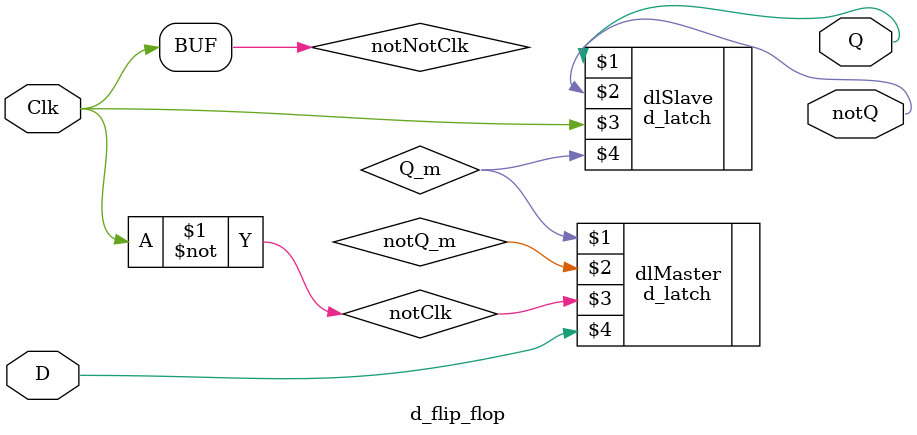
<source format=v>
`timescale 1ns / 1ps
module d_flip_flop (Q, notQ, Clk, D);
  output wire Q, notQ;
  input wire Clk, D;

  // Internal nets
  wire notClk, notNotClk;
  wire Q_m; // Output of master latch
  // notQ_m will be wired to the d_latch but then left
  // unconnected from there
  wire notQ_m;

  // Strcutual level wiring
  // Instantiate and wire up the not gates here...
  not #2 not0(notClk, Clk);
  not #2 not1(notNotClk, notClk);

  // Instantiate and wire up the d latches based
  // on schematic in lab
  d_latch dlMaster(Q_m, notQ_m, notClk, D);
  d_latch dlSlave(Q, notQ, notNotClk, Q_m);
endmodule // d_flip_flop

</source>
